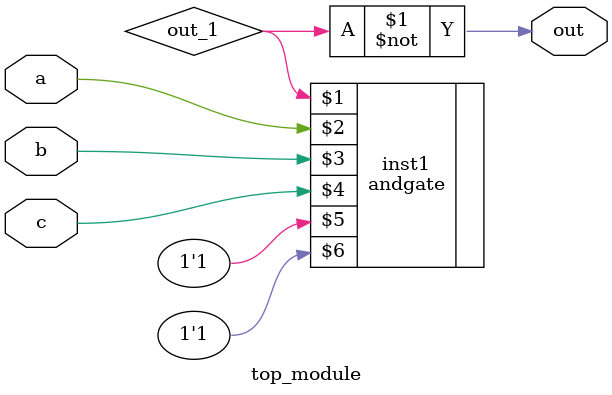
<source format=v>
module top_module (input a, input b, input c, output out);//

    wire out_1;
    andgate inst1 ( out_1, a, b, c, 1'b1, 1'b1 );
	assign out = ~out_1;
endmodule

</source>
